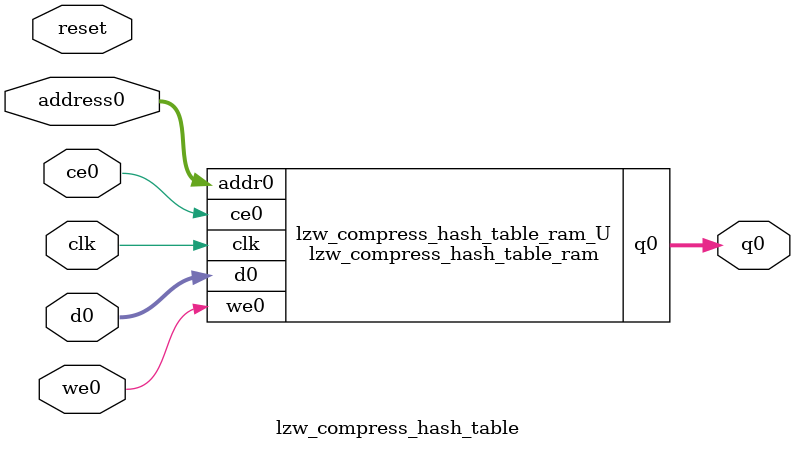
<source format=v>
`timescale 1 ns / 1 ps
module lzw_compress_hash_table_ram (addr0, ce0, d0, we0, q0,  clk);

parameter DWIDTH = 33;
parameter AWIDTH = 15;
parameter MEM_SIZE = 32768;

input[AWIDTH-1:0] addr0;
input ce0;
input[DWIDTH-1:0] d0;
input we0;
output reg[DWIDTH-1:0] q0;
input clk;

reg [DWIDTH-1:0] ram[0:MEM_SIZE-1];




always @(posedge clk)  
begin 
    if (ce0) begin
        if (we0) 
            ram[addr0] <= d0; 
        q0 <= ram[addr0];
    end
end


endmodule

`timescale 1 ns / 1 ps
module lzw_compress_hash_table(
    reset,
    clk,
    address0,
    ce0,
    we0,
    d0,
    q0);

parameter DataWidth = 32'd33;
parameter AddressRange = 32'd32768;
parameter AddressWidth = 32'd15;
input reset;
input clk;
input[AddressWidth - 1:0] address0;
input ce0;
input we0;
input[DataWidth - 1:0] d0;
output[DataWidth - 1:0] q0;



lzw_compress_hash_table_ram lzw_compress_hash_table_ram_U(
    .clk( clk ),
    .addr0( address0 ),
    .ce0( ce0 ),
    .we0( we0 ),
    .d0( d0 ),
    .q0( q0 ));

endmodule


</source>
